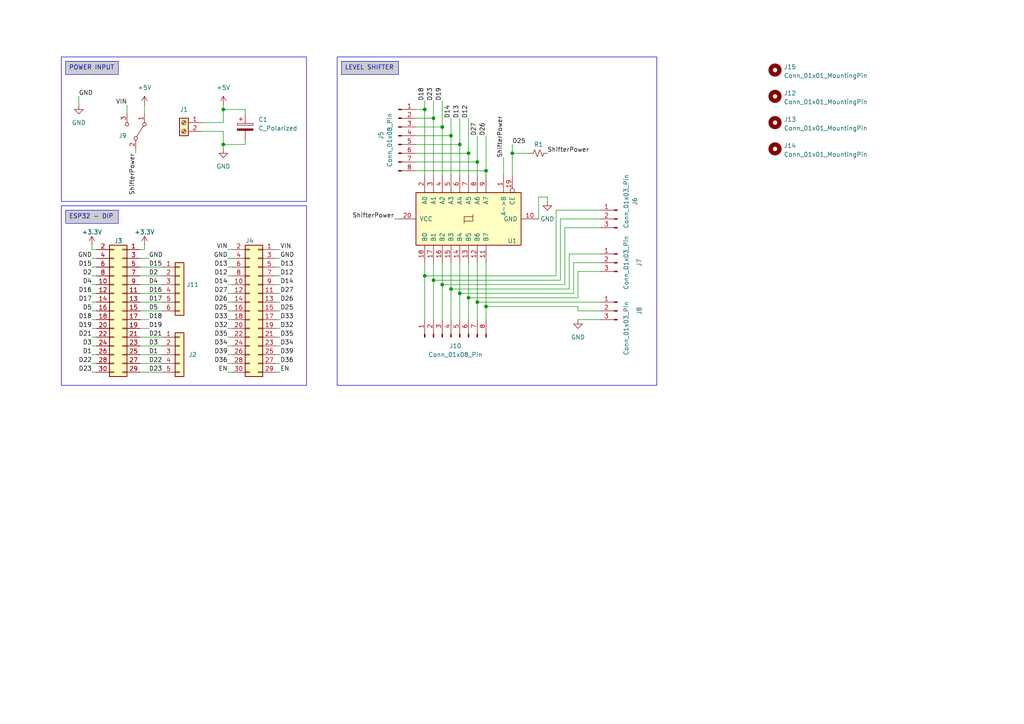
<source format=kicad_sch>
(kicad_sch (version 20230121) (generator eeschema)
  (paper "A4")
  (lib_symbols
    (symbol "74xx:74HC245" (pin_names (offset 1.016))
      (property "Reference" "U" (at -7.62 16.51 0))
      (property "Value" "74HC245" (at -7.62 -16.51 0))
      (symbol "74HC245_1_0"
        (polyline (pts (xy -0.635 -1.27) (xy -0.635 1.27) (xy 0.635 1.27)))
        (polyline (pts (xy -1.27 -1.27) (xy 0.635 -1.27) (xy 0.635 1.27) (xy 1.27 1.27)))
        (pin input line (at -12.7 -10.16 0) (length 5.08) (name "A->B") (number "1"))
        (pin power_in line (at 0 -20.32 90) (length 5.08) (name "GND") (number "10"))
        (pin tri_state line (at 12.7 -5.08 180) (length 5.08) (name "B7") (number "11"))
        (pin tri_state line (at 12.7 -2.54 180) (length 5.08) (name "B6") (number "12"))
        (pin tri_state line (at 12.7 0 180) (length 5.08) (name "B5") (number "13"))
        (pin tri_state line (at 12.7 2.54 180) (length 5.08) (name "B4") (number "14"))
        (pin tri_state line (at 12.7 5.08 180) (length 5.08) (name "B3") (number "15"))
        (pin tri_state line (at 12.7 7.62 180) (length 5.08) (name "B2") (number "16"))
        (pin tri_state line (at 12.7 10.16 180) (length 5.08) (name "B1") (number "17"))
        (pin tri_state line (at 12.7 12.7 180) (length 5.08) (name "B0") (number "18"))
        (pin input inverted (at -12.7 -12.7 0) (length 5.08) (name "CE") (number "19"))
        (pin tri_state line (at -12.7 12.7 0) (length 5.08) (name "A0") (number "2"))
        (pin power_in line (at 0 20.32 270) (length 5.08) (name "VCC") (number "20"))
        (pin tri_state line (at -12.7 10.16 0) (length 5.08) (name "A1") (number "3"))
        (pin tri_state line (at -12.7 7.62 0) (length 5.08) (name "A2") (number "4"))
        (pin tri_state line (at -12.7 5.08 0) (length 5.08) (name "A3") (number "5"))
        (pin tri_state line (at -12.7 2.54 0) (length 5.08) (name "A4") (number "6"))
        (pin tri_state line (at -12.7 0 0) (length 5.08) (name "A5") (number "7"))
        (pin tri_state line (at -12.7 -2.54 0) (length 5.08) (name "A6") (number "8"))
        (pin tri_state line (at -12.7 -5.08 0) (length 5.08) (name "A7") (number "9"))
      )
      (symbol "74HC245_1_1"
        (rectangle (start -7.62 15.24) (end 7.62 -15.24) (stroke (width 0.254)) (fill (type background)))
      )
    )
    (symbol "Connector:Conn_01x03_Pin" (pin_names (offset 1.016) hide)
      (property "Reference" "J" (at 0 5.08 0))
      (property "Value" "Conn_01x03_Pin" (at 0 -5.08 0))
      (symbol "Conn_01x03_Pin_1_1"
        (polyline (pts (xy 1.27 -2.54) (xy 0.8636 -2.54)) (stroke (width 0.1524)))
        (polyline (pts (xy 1.27 0) (xy 0.8636 0)) (stroke (width 0.1524)))
        (polyline (pts (xy 1.27 2.54) (xy 0.8636 2.54)) (stroke (width 0.1524)))
        (rectangle (start 0.8636 -2.413) (end 0 -2.667) (stroke (width 0.1524)) (fill (type outline)))
        (rectangle (start 0.8636 0.127) (end 0 -0.127) (stroke (width 0.1524)) (fill (type outline)))
        (rectangle (start 0.8636 2.667) (end 0 2.413) (stroke (width 0.1524)) (fill (type outline)))
        (pin passive line (at 5.08 2.54 180) (length 3.81) (name "Pin_1") (number "1"))
        (pin passive line (at 5.08 0 180) (length 3.81) (name "Pin_2") (number "2"))
        (pin passive line (at 5.08 -2.54 180) (length 3.81) (name "Pin_3") (number "3"))
      )
    )
    (symbol "Connector:Conn_01x08_Pin" (pin_names (offset 1.016) hide)
      (property "Reference" "J" (at 0 10.16 0))
      (property "Value" "Conn_01x08_Pin" (at 0 -12.7 0))
      (symbol "Conn_01x08_Pin_1_1"
        (polyline (pts (xy 1.27 -10.16) (xy 0.8636 -10.16)) (stroke (width 0.1524)))
        (polyline (pts (xy 1.27 -7.62) (xy 0.8636 -7.62)) (stroke (width 0.1524)))
        (polyline (pts (xy 1.27 -5.08) (xy 0.8636 -5.08)) (stroke (width 0.1524)))
        (polyline (pts (xy 1.27 -2.54) (xy 0.8636 -2.54)) (stroke (width 0.1524)))
        (polyline (pts (xy 1.27 0) (xy 0.8636 0)) (stroke (width 0.1524)))
        (polyline (pts (xy 1.27 2.54) (xy 0.8636 2.54)) (stroke (width 0.1524)))
        (polyline (pts (xy 1.27 5.08) (xy 0.8636 5.08)) (stroke (width 0.1524)))
        (polyline (pts (xy 1.27 7.62) (xy 0.8636 7.62)) (stroke (width 0.1524)))
        (rectangle (start 0.8636 -10.033) (end 0 -10.287) (stroke (width 0.1524)) (fill (type outline)))
        (rectangle (start 0.8636 -7.493) (end 0 -7.747) (stroke (width 0.1524)) (fill (type outline)))
        (rectangle (start 0.8636 -4.953) (end 0 -5.207) (stroke (width 0.1524)) (fill (type outline)))
        (rectangle (start 0.8636 -2.413) (end 0 -2.667) (stroke (width 0.1524)) (fill (type outline)))
        (rectangle (start 0.8636 0.127) (end 0 -0.127) (stroke (width 0.1524)) (fill (type outline)))
        (rectangle (start 0.8636 2.667) (end 0 2.413) (stroke (width 0.1524)) (fill (type outline)))
        (rectangle (start 0.8636 5.207) (end 0 4.953) (stroke (width 0.1524)) (fill (type outline)))
        (rectangle (start 0.8636 7.747) (end 0 7.493) (stroke (width 0.1524)) (fill (type outline)))
        (pin passive line (at 5.08 7.62 180) (length 3.81) (name "Pin_1") (number "1"))
        (pin passive line (at 5.08 5.08 180) (length 3.81) (name "Pin_2") (number "2"))
        (pin passive line (at 5.08 2.54 180) (length 3.81) (name "Pin_3") (number "3"))
        (pin passive line (at 5.08 0 180) (length 3.81) (name "Pin_4") (number "4"))
        (pin passive line (at 5.08 -2.54 180) (length 3.81) (name "Pin_5") (number "5"))
        (pin passive line (at 5.08 -5.08 180) (length 3.81) (name "Pin_6") (number "6"))
        (pin passive line (at 5.08 -7.62 180) (length 3.81) (name "Pin_7") (number "7"))
        (pin passive line (at 5.08 -10.16 180) (length 3.81) (name "Pin_8") (number "8"))
      )
    )
    (symbol "Connector:Screw_Terminal_01x02" (pin_names (offset 1.016) hide)
      (property "Reference" "J" (at 0 2.54 0))
      (property "Value" "Screw_Terminal_01x02" (at 0 -5.08 0))
      (symbol "Screw_Terminal_01x02_1_1"
        (rectangle (start -1.27 1.27) (end 1.27 -3.81) (stroke (width 0.254)) (fill (type background)))
        (circle (center 0 -2.54) (radius 0.635) (stroke (width 0.1524)))
        (polyline (pts (xy -0.5334 -2.2098) (xy 0.3302 -3.048)) (stroke (width 0.1524)))
        (polyline (pts (xy -0.5334 0.3302) (xy 0.3302 -0.508)) (stroke (width 0.1524)))
        (polyline (pts (xy -0.3556 -2.032) (xy 0.508 -2.8702)) (stroke (width 0.1524)))
        (polyline (pts (xy -0.3556 0.508) (xy 0.508 -0.3302)) (stroke (width 0.1524)))
        (circle (center 0 0) (radius 0.635) (stroke (width 0.1524)))
        (pin passive line (at -5.08 0 0) (length 3.81) (name "Pin_1") (number "1"))
        (pin passive line (at -5.08 -2.54 0) (length 3.81) (name "Pin_2") (number "2"))
      )
    )
    (symbol "Connector_Generic:Conn_01x05" (pin_names (offset 1.016) hide)
      (property "Reference" "J" (at 0 7.62 0))
      (property "Value" "Conn_01x05" (at 0 -7.62 0))
      (symbol "Conn_01x05_1_1"
        (rectangle (start -1.27 -4.953) (end 0 -5.207) (stroke (width 0.1524)))
        (rectangle (start -1.27 -2.413) (end 0 -2.667) (stroke (width 0.1524)))
        (rectangle (start -1.27 0.127) (end 0 -0.127) (stroke (width 0.1524)))
        (rectangle (start -1.27 2.667) (end 0 2.413) (stroke (width 0.1524)))
        (rectangle (start -1.27 5.207) (end 0 4.953) (stroke (width 0.1524)))
        (rectangle (start -1.27 6.35) (end 1.27 -6.35) (stroke (width 0.254)) (fill (type background)))
        (pin passive line (at -5.08 5.08 0) (length 3.81) (name "Pin_1") (number "1"))
        (pin passive line (at -5.08 2.54 0) (length 3.81) (name "Pin_2") (number "2"))
        (pin passive line (at -5.08 0 0) (length 3.81) (name "Pin_3") (number "3"))
        (pin passive line (at -5.08 -2.54 0) (length 3.81) (name "Pin_4") (number "4"))
        (pin passive line (at -5.08 -5.08 0) (length 3.81) (name "Pin_5") (number "5"))
      )
    )
    (symbol "Connector_Generic:Conn_01x06" (pin_names (offset 1.016) hide)
      (property "Reference" "J" (at 0 7.62 0))
      (property "Value" "Conn_01x06" (at 0 -10.16 0))
      (symbol "Conn_01x06_1_1"
        (rectangle (start -1.27 -7.493) (end 0 -7.747) (stroke (width 0.1524)))
        (rectangle (start -1.27 -4.953) (end 0 -5.207) (stroke (width 0.1524)))
        (rectangle (start -1.27 -2.413) (end 0 -2.667) (stroke (width 0.1524)))
        (rectangle (start -1.27 0.127) (end 0 -0.127) (stroke (width 0.1524)))
        (rectangle (start -1.27 2.667) (end 0 2.413) (stroke (width 0.1524)))
        (rectangle (start -1.27 5.207) (end 0 4.953) (stroke (width 0.1524)))
        (rectangle (start -1.27 6.35) (end 1.27 -8.89) (stroke (width 0.254)) (fill (type background)))
        (pin passive line (at -5.08 5.08 0) (length 3.81) (name "Pin_1") (number "1"))
        (pin passive line (at -5.08 2.54 0) (length 3.81) (name "Pin_2") (number "2"))
        (pin passive line (at -5.08 0 0) (length 3.81) (name "Pin_3") (number "3"))
        (pin passive line (at -5.08 -2.54 0) (length 3.81) (name "Pin_4") (number "4"))
        (pin passive line (at -5.08 -5.08 0) (length 3.81) (name "Pin_5") (number "5"))
        (pin passive line (at -5.08 -7.62 0) (length 3.81) (name "Pin_6") (number "6"))
      )
    )
    (symbol "Connector_Generic:Conn_02x15_Odd_Even" (pin_names (offset 1.016) hide)
      (property "Reference" "J" (at 1.27 20.32 0))
      (property "Value" "Conn_02x15_Odd_Even" (at 1.27 -20.32 0))
      (symbol "Conn_02x15_Odd_Even_1_1"
        (rectangle (start -1.27 -17.653) (end 0 -17.907) (stroke (width 0.1524)))
        (rectangle (start -1.27 -15.113) (end 0 -15.367) (stroke (width 0.1524)))
        (rectangle (start -1.27 -12.573) (end 0 -12.827) (stroke (width 0.1524)))
        (rectangle (start -1.27 -10.033) (end 0 -10.287) (stroke (width 0.1524)))
        (rectangle (start -1.27 -7.493) (end 0 -7.747) (stroke (width 0.1524)))
        (rectangle (start -1.27 -4.953) (end 0 -5.207) (stroke (width 0.1524)))
        (rectangle (start -1.27 -2.413) (end 0 -2.667) (stroke (width 0.1524)))
        (rectangle (start -1.27 0.127) (end 0 -0.127) (stroke (width 0.1524)))
        (rectangle (start -1.27 2.667) (end 0 2.413) (stroke (width 0.1524)))
        (rectangle (start -1.27 5.207) (end 0 4.953) (stroke (width 0.1524)))
        (rectangle (start -1.27 7.747) (end 0 7.493) (stroke (width 0.1524)))
        (rectangle (start -1.27 10.287) (end 0 10.033) (stroke (width 0.1524)))
        (rectangle (start -1.27 12.827) (end 0 12.573) (stroke (width 0.1524)))
        (rectangle (start -1.27 15.367) (end 0 15.113) (stroke (width 0.1524)))
        (rectangle (start -1.27 17.907) (end 0 17.653) (stroke (width 0.1524)))
        (rectangle (start -1.27 19.05) (end 3.81 -19.05) (stroke (width 0.254)) (fill (type background)))
        (rectangle (start 3.81 -17.653) (end 2.54 -17.907) (stroke (width 0.1524)))
        (rectangle (start 3.81 -15.113) (end 2.54 -15.367) (stroke (width 0.1524)))
        (rectangle (start 3.81 -12.573) (end 2.54 -12.827) (stroke (width 0.1524)))
        (rectangle (start 3.81 -10.033) (end 2.54 -10.287) (stroke (width 0.1524)))
        (rectangle (start 3.81 -7.493) (end 2.54 -7.747) (stroke (width 0.1524)))
        (rectangle (start 3.81 -4.953) (end 2.54 -5.207) (stroke (width 0.1524)))
        (rectangle (start 3.81 -2.413) (end 2.54 -2.667) (stroke (width 0.1524)))
        (rectangle (start 3.81 0.127) (end 2.54 -0.127) (stroke (width 0.1524)))
        (rectangle (start 3.81 2.667) (end 2.54 2.413) (stroke (width 0.1524)))
        (rectangle (start 3.81 5.207) (end 2.54 4.953) (stroke (width 0.1524)))
        (rectangle (start 3.81 7.747) (end 2.54 7.493) (stroke (width 0.1524)))
        (rectangle (start 3.81 10.287) (end 2.54 10.033) (stroke (width 0.1524)))
        (rectangle (start 3.81 12.827) (end 2.54 12.573) (stroke (width 0.1524)))
        (rectangle (start 3.81 15.367) (end 2.54 15.113) (stroke (width 0.1524)))
        (rectangle (start 3.81 17.907) (end 2.54 17.653) (stroke (width 0.1524)))
        (pin passive line (at -5.08 17.78 0) (length 3.81) (name "Pin_1") (number "1"))
        (pin passive line (at 7.62 7.62 180) (length 3.81) (name "Pin_10") (number "10"))
        (pin passive line (at -5.08 5.08 0) (length 3.81) (name "Pin_11") (number "11"))
        (pin passive line (at 7.62 5.08 180) (length 3.81) (name "Pin_12") (number "12"))
        (pin passive line (at -5.08 2.54 0) (length 3.81) (name "Pin_13") (number "13"))
        (pin passive line (at 7.62 2.54 180) (length 3.81) (name "Pin_14") (number "14"))
        (pin passive line (at -5.08 0 0) (length 3.81) (name "Pin_15") (number "15"))
        (pin passive line (at 7.62 0 180) (length 3.81) (name "Pin_16") (number "16"))
        (pin passive line (at -5.08 -2.54 0) (length 3.81) (name "Pin_17") (number "17"))
        (pin passive line (at 7.62 -2.54 180) (length 3.81) (name "Pin_18") (number "18"))
        (pin passive line (at -5.08 -5.08 0) (length 3.81) (name "Pin_19") (number "19"))
        (pin passive line (at 7.62 17.78 180) (length 3.81) (name "Pin_2") (number "2"))
        (pin passive line (at 7.62 -5.08 180) (length 3.81) (name "Pin_20") (number "20"))
        (pin passive line (at -5.08 -7.62 0) (length 3.81) (name "Pin_21") (number "21"))
        (pin passive line (at 7.62 -7.62 180) (length 3.81) (name "Pin_22") (number "22"))
        (pin passive line (at -5.08 -10.16 0) (length 3.81) (name "Pin_23") (number "23"))
        (pin passive line (at 7.62 -10.16 180) (length 3.81) (name "Pin_24") (number "24"))
        (pin passive line (at -5.08 -12.7 0) (length 3.81) (name "Pin_25") (number "25"))
        (pin passive line (at 7.62 -12.7 180) (length 3.81) (name "Pin_26") (number "26"))
        (pin passive line (at -5.08 -15.24 0) (length 3.81) (name "Pin_27") (number "27"))
        (pin passive line (at 7.62 -15.24 180) (length 3.81) (name "Pin_28") (number "28"))
        (pin passive line (at -5.08 -17.78 0) (length 3.81) (name "Pin_29") (number "29"))
        (pin passive line (at -5.08 15.24 0) (length 3.81) (name "Pin_3") (number "3"))
        (pin passive line (at 7.62 -17.78 180) (length 3.81) (name "Pin_30") (number "30"))
        (pin passive line (at 7.62 15.24 180) (length 3.81) (name "Pin_4") (number "4"))
        (pin passive line (at -5.08 12.7 0) (length 3.81) (name "Pin_5") (number "5"))
        (pin passive line (at 7.62 12.7 180) (length 3.81) (name "Pin_6") (number "6"))
        (pin passive line (at -5.08 10.16 0) (length 3.81) (name "Pin_7") (number "7"))
        (pin passive line (at 7.62 10.16 180) (length 3.81) (name "Pin_8") (number "8"))
        (pin passive line (at -5.08 7.62 0) (length 3.81) (name "Pin_9") (number "9"))
      )
    )
    (symbol "Device:C_Polarized" (pin_numbers hide) (pin_names (offset 0.254))
      (property "Reference" "C" (at 0.635 2.54 0))
      (property "Value" "C_Polarized" (at 0.635 -2.54 0))
      (symbol "C_Polarized_0_1"
        (rectangle (start -2.286 0.508) (end 2.286 1.016))
        (polyline (pts (xy -1.778 2.286) (xy -0.762 2.286)))
        (polyline (pts (xy -1.27 2.794) (xy -1.27 1.778)))
        (rectangle (start 2.286 -0.508) (end -2.286 -1.016) (fill (type outline)))
      )
      (symbol "C_Polarized_1_1"
        (pin passive line (at 0 3.81 270) (length 2.794) (name "~") (number "1"))
        (pin passive line (at 0 -3.81 90) (length 2.794) (name "~") (number "2"))
      )
    )
    (symbol "Device:R_Small_US" (pin_numbers hide) (pin_names (offset 0.254) hide)
      (property "Reference" "R" (at 0.762 0.508 0))
      (property "Value" "R_Small_US" (at 0.762 -1.016 0))
      (symbol "R_Small_US_1_1"
        (polyline (pts (xy 0 0) (xy 1.016 -0.381) (xy 0 -0.762) (xy -1.016 -1.143) (xy 0 -1.524)))
        (polyline (pts (xy 0 1.524) (xy 1.016 1.143) (xy 0 0.762) (xy -1.016 0.381) (xy 0 0)))
        (pin passive line (at 0 2.54 270) (length 1.016) (name "~") (number "1"))
        (pin passive line (at 0 -2.54 90) (length 1.016) (name "~") (number "2"))
      )
    )
    (symbol "Mechanical:MountingHole" (pin_names (offset 1.016))
      (property "Reference" "H" (at 0 5.08 0))
      (property "Value" "MountingHole" (at 0 3.175 0))
      (symbol "MountingHole_0_1"
        (circle (center 0 0) (radius 1.27) (stroke (width 1.27)))
      )
    )
    (symbol "Switch:SW_SPDT" (pin_names (offset 0) hide)
      (property "Reference" "SW" (at 0 4.318 0))
      (property "Value" "SW_SPDT" (at 0 -5.08 0))
      (symbol "SW_SPDT_0_0"
        (circle (center -2.032 0) (radius 0.508))
        (circle (center 2.032 -2.54) (radius 0.508))
      )
      (symbol "SW_SPDT_0_1"
        (polyline (pts (xy -1.524 0.254) (xy 1.651 2.286)))
        (circle (center 2.032 2.54) (radius 0.508))
      )
      (symbol "SW_SPDT_1_1"
        (pin passive line (at 5.08 2.54 180) (length 2.54) (name "A") (number "1"))
        (pin passive line (at -5.08 0 0) (length 2.54) (name "B") (number "2"))
        (pin passive line (at 5.08 -2.54 180) (length 2.54) (name "C") (number "3"))
      )
    )
    (symbol "power:+3.3V" (power) (pin_names (offset 0))
      (property "Value" "+3.3V" (at 0 3.556 0))
      (symbol "+3.3V_0_1"
        (polyline (pts (xy -0.762 1.27) (xy 0 2.54)))
        (polyline (pts (xy 0 0) (xy 0 2.54)))
        (polyline (pts (xy 0 2.54) (xy 0.762 1.27)))
      )
      (symbol "+3.3V_1_1"
        (pin power_in line (at 0 0 90) (length 0) hide (name "+3.3V") (number "1"))
      )
    )
    (symbol "power:+5V" (power) (pin_names (offset 0))
      (property "Value" "+5V" (at 0 3.556 0))
      (symbol "+5V_0_1"
        (polyline (pts (xy -0.762 1.27) (xy 0 2.54)))
        (polyline (pts (xy 0 0) (xy 0 2.54)))
        (polyline (pts (xy 0 2.54) (xy 0.762 1.27)))
      )
      (symbol "+5V_1_1"
        (pin power_in line (at 0 0 90) (length 0) hide (name "+5V") (number "1"))
      )
    )
    (symbol "power:GND" (power) (pin_names (offset 0))
      (property "Value" "GND" (at 0 -3.81 0))
      (symbol "GND_0_1"
        (polyline (pts (xy 0 0) (xy 0 -1.27) (xy 1.27 -1.27) (xy 0 -2.54) (xy -1.27 -1.27) (xy 0 -1.27)))
      )
      (symbol "GND_1_1"
        (pin power_in line (at 0 0 270) (length 0) hide (name "GND") (number "1"))
      )
    )
  )
  (junction (at 140.97 88.9))
  (junction (at 125.73 81.28))
  (junction (at 130.81 83.82))
  (junction (at 123.19 80.01))
  (junction (at 123.19 31.75))
  (junction (at 135.89 44.45))
  (junction (at 64.77 41.91))
  (junction (at 148.59 44.45))
  (junction (at 130.81 39.37))
  (junction (at 133.35 85.09))
  (junction (at 64.77 31.75))
  (junction (at 133.35 41.91))
  (junction (at 138.43 87.63))
  (junction (at 128.27 82.55))
  (junction (at 135.89 86.36))
  (junction (at 128.27 36.83))
  (junction (at 138.43 46.99))
  (junction (at 140.97 49.53))
  (junction (at 125.73 34.29))
  (wire (pts (xy 66.04 100.33) (xy 67.31 100.33)))
  (wire (pts (xy 80.01 74.93) (xy 81.28 74.93)))
  (wire (pts (xy 64.77 41.91) (xy 64.77 43.18)))
  (wire (pts (xy 58.42 38.1) (xy 64.77 38.1)))
  (wire (pts (xy 66.04 102.87) (xy 67.31 102.87)))
  (wire (pts (xy 133.35 85.09) (xy 133.35 92.71)))
  (wire (pts (xy 22.86 30.48) (xy 22.86 27.94)))
  (wire (pts (xy 26.67 87.63) (xy 27.94 87.63)))
  (wire (pts (xy 120.65 41.91) (xy 133.35 41.91)))
  (wire (pts (xy 26.67 107.95) (xy 27.94 107.95)))
  (wire (pts (xy 162.56 63.5) (xy 162.56 81.28)))
  (wire (pts (xy 165.1 73.66) (xy 165.1 83.82)))
  (wire (pts (xy 128.27 76.2) (xy 128.27 82.55)))
  (wire (pts (xy 146.05 45.72) (xy 146.05 50.8)))
  (wire (pts (xy 140.97 88.9) (xy 167.64 88.9)))
  (wire (pts (xy 120.65 49.53) (xy 140.97 49.53)))
  (wire (pts (xy 120.65 36.83) (xy 128.27 36.83)))
  (wire (pts (xy 123.19 31.75) (xy 123.19 50.8)))
  (wire (pts (xy 128.27 82.55) (xy 163.83 82.55)))
  (wire (pts (xy 40.64 85.09) (xy 46.99 85.09)))
  (wire (pts (xy 158.75 57.15) (xy 158.75 58.42)))
  (wire (pts (xy 161.29 60.96) (xy 161.29 80.01)))
  (wire (pts (xy 114.3 63.5) (xy 115.57 63.5)))
  (wire (pts (xy 41.91 72.39) (xy 40.64 72.39)))
  (wire (pts (xy 40.64 82.55) (xy 46.99 82.55)))
  (wire (pts (xy 80.01 95.25) (xy 81.28 95.25)))
  (wire (pts (xy 138.43 39.37) (xy 138.43 46.99)))
  (wire (pts (xy 130.81 83.82) (xy 165.1 83.82)))
  (wire (pts (xy 66.04 105.41) (xy 67.31 105.41)))
  (wire (pts (xy 40.64 92.71) (xy 43.18 92.71)))
  (wire (pts (xy 80.01 100.33) (xy 81.28 100.33)))
  (wire (pts (xy 64.77 31.75) (xy 64.77 35.56)))
  (wire (pts (xy 130.81 34.29) (xy 130.81 39.37)))
  (wire (pts (xy 80.01 102.87) (xy 81.28 102.87)))
  (wire (pts (xy 67.31 82.55) (xy 66.04 82.55)))
  (wire (pts (xy 140.97 49.53) (xy 140.97 50.8)))
  (wire (pts (xy 26.67 102.87) (xy 27.94 102.87)))
  (wire (pts (xy 173.99 60.96) (xy 161.29 60.96)))
  (wire (pts (xy 125.73 34.29) (xy 125.73 50.8)))
  (wire (pts (xy 167.64 78.74) (xy 167.64 86.36)))
  (wire (pts (xy 40.64 87.63) (xy 46.99 87.63)))
  (wire (pts (xy 66.04 74.93) (xy 67.31 74.93)))
  (wire (pts (xy 166.37 76.2) (xy 166.37 85.09)))
  (wire (pts (xy 40.64 95.25) (xy 43.18 95.25)))
  (wire (pts (xy 133.35 85.09) (xy 166.37 85.09)))
  (wire (pts (xy 26.67 92.71) (xy 27.94 92.71)))
  (wire (pts (xy 26.67 85.09) (xy 27.94 85.09)))
  (wire (pts (xy 120.65 44.45) (xy 135.89 44.45)))
  (wire (pts (xy 66.04 90.17) (xy 67.31 90.17)))
  (wire (pts (xy 123.19 29.21) (xy 123.19 31.75)))
  (wire (pts (xy 26.67 105.41) (xy 27.94 105.41)))
  (wire (pts (xy 40.64 97.79) (xy 46.99 97.79)))
  (wire (pts (xy 41.91 30.48) (xy 41.91 33.02)))
  (wire (pts (xy 80.01 87.63) (xy 81.28 87.63)))
  (wire (pts (xy 41.91 71.12) (xy 41.91 72.39)))
  (wire (pts (xy 40.64 74.93) (xy 43.18 74.93)))
  (wire (pts (xy 135.89 76.2) (xy 135.89 86.36)))
  (wire (pts (xy 138.43 76.2) (xy 138.43 87.63)))
  (wire (pts (xy 64.77 38.1) (xy 64.77 41.91)))
  (wire (pts (xy 135.89 44.45) (xy 135.89 50.8)))
  (wire (pts (xy 26.67 90.17) (xy 27.94 90.17)))
  (wire (pts (xy 148.59 44.45) (xy 148.59 50.8)))
  (wire (pts (xy 125.73 29.21) (xy 125.73 34.29)))
  (wire (pts (xy 71.12 31.75) (xy 64.77 31.75)))
  (wire (pts (xy 173.99 63.5) (xy 162.56 63.5)))
  (wire (pts (xy 71.12 33.02) (xy 71.12 31.75)))
  (wire (pts (xy 120.65 39.37) (xy 130.81 39.37)))
  (wire (pts (xy 125.73 81.28) (xy 162.56 81.28)))
  (wire (pts (xy 64.77 30.48) (xy 64.77 31.75)))
  (wire (pts (xy 26.67 100.33) (xy 27.94 100.33)))
  (wire (pts (xy 26.67 77.47) (xy 27.94 77.47)))
  (wire (pts (xy 167.64 92.71) (xy 173.99 92.71)))
  (wire (pts (xy 26.67 74.93) (xy 27.94 74.93)))
  (wire (pts (xy 173.99 78.74) (xy 167.64 78.74)))
  (wire (pts (xy 80.01 80.01) (xy 81.28 80.01)))
  (wire (pts (xy 26.67 82.55) (xy 27.94 82.55)))
  (wire (pts (xy 173.99 76.2) (xy 166.37 76.2)))
  (wire (pts (xy 133.35 76.2) (xy 133.35 85.09)))
  (wire (pts (xy 80.01 107.95) (xy 81.28 107.95)))
  (wire (pts (xy 156.21 57.15) (xy 156.21 63.5)))
  (wire (pts (xy 173.99 66.04) (xy 163.83 66.04)))
  (wire (pts (xy 80.01 105.41) (xy 81.28 105.41)))
  (wire (pts (xy 140.97 76.2) (xy 140.97 88.9)))
  (wire (pts (xy 66.04 87.63) (xy 67.31 87.63)))
  (wire (pts (xy 173.99 73.66) (xy 165.1 73.66)))
  (wire (pts (xy 66.04 72.39) (xy 67.31 72.39)))
  (wire (pts (xy 26.67 97.79) (xy 27.94 97.79)))
  (wire (pts (xy 156.21 57.15) (xy 158.75 57.15)))
  (wire (pts (xy 80.01 85.09) (xy 81.28 85.09)))
  (wire (pts (xy 58.42 35.56) (xy 64.77 35.56)))
  (wire (pts (xy 135.89 86.36) (xy 167.64 86.36)))
  (wire (pts (xy 26.67 95.25) (xy 27.94 95.25)))
  (wire (pts (xy 148.59 41.91) (xy 148.59 44.45)))
  (wire (pts (xy 120.65 31.75) (xy 123.19 31.75)))
  (wire (pts (xy 123.19 76.2) (xy 123.19 80.01)))
  (wire (pts (xy 135.89 34.29) (xy 135.89 44.45)))
  (wire (pts (xy 64.77 41.91) (xy 71.12 41.91)))
  (wire (pts (xy 66.04 85.09) (xy 67.31 85.09)))
  (wire (pts (xy 66.04 80.01) (xy 67.31 80.01)))
  (wire (pts (xy 125.73 76.2) (xy 125.73 81.28)))
  (wire (pts (xy 40.64 107.95) (xy 46.99 107.95)))
  (wire (pts (xy 26.67 80.01) (xy 27.94 80.01)))
  (wire (pts (xy 120.65 46.99) (xy 138.43 46.99)))
  (wire (pts (xy 80.01 92.71) (xy 81.28 92.71)))
  (wire (pts (xy 36.83 30.48) (xy 36.83 33.02)))
  (wire (pts (xy 80.01 72.39) (xy 81.28 72.39)))
  (wire (pts (xy 80.01 82.55) (xy 81.28 82.55)))
  (wire (pts (xy 66.04 95.25) (xy 67.31 95.25)))
  (wire (pts (xy 66.04 92.71) (xy 67.31 92.71)))
  (wire (pts (xy 140.97 88.9) (xy 140.97 92.71)))
  (wire (pts (xy 130.81 83.82) (xy 130.81 92.71)))
  (wire (pts (xy 80.01 77.47) (xy 81.28 77.47)))
  (wire (pts (xy 167.64 90.17) (xy 167.64 88.9)))
  (wire (pts (xy 148.59 44.45) (xy 153.67 44.45)))
  (wire (pts (xy 130.81 39.37) (xy 130.81 50.8)))
  (wire (pts (xy 163.83 66.04) (xy 163.83 82.55)))
  (wire (pts (xy 138.43 87.63) (xy 173.99 87.63)))
  (wire (pts (xy 40.64 105.41) (xy 46.99 105.41)))
  (wire (pts (xy 66.04 97.79) (xy 67.31 97.79)))
  (wire (pts (xy 39.37 43.18) (xy 39.37 44.45)))
  (wire (pts (xy 133.35 41.91) (xy 133.35 50.8)))
  (wire (pts (xy 138.43 46.99) (xy 138.43 50.8)))
  (wire (pts (xy 26.67 71.12) (xy 26.67 72.39)))
  (wire (pts (xy 130.81 76.2) (xy 130.81 83.82)))
  (wire (pts (xy 138.43 87.63) (xy 138.43 92.71)))
  (wire (pts (xy 128.27 36.83) (xy 128.27 50.8)))
  (wire (pts (xy 71.12 40.64) (xy 71.12 41.91)))
  (wire (pts (xy 133.35 34.29) (xy 133.35 41.91)))
  (wire (pts (xy 80.01 97.79) (xy 81.28 97.79)))
  (wire (pts (xy 66.04 107.95) (xy 67.31 107.95)))
  (wire (pts (xy 40.64 90.17) (xy 46.99 90.17)))
  (wire (pts (xy 123.19 80.01) (xy 123.19 92.71)))
  (wire (pts (xy 40.64 77.47) (xy 46.99 77.47)))
  (wire (pts (xy 173.99 90.17) (xy 167.64 90.17)))
  (wire (pts (xy 140.97 39.37) (xy 140.97 49.53)))
  (wire (pts (xy 40.64 80.01) (xy 46.99 80.01)))
  (wire (pts (xy 125.73 81.28) (xy 125.73 92.71)))
  (wire (pts (xy 120.65 34.29) (xy 125.73 34.29)))
  (wire (pts (xy 80.01 90.17) (xy 81.28 90.17)))
  (wire (pts (xy 40.64 102.87) (xy 46.99 102.87)))
  (wire (pts (xy 135.89 86.36) (xy 135.89 92.71)))
  (wire (pts (xy 128.27 29.21) (xy 128.27 36.83)))
  (wire (pts (xy 66.04 77.47) (xy 67.31 77.47)))
  (wire (pts (xy 123.19 80.01) (xy 161.29 80.01)))
  (wire (pts (xy 40.64 100.33) (xy 46.99 100.33)))
  (wire (pts (xy 26.67 72.39) (xy 27.94 72.39)))
  (wire (pts (xy 128.27 82.55) (xy 128.27 92.71)))
  (rectangle (start 97.79 16.51) (end 190.5 111.76))
  (rectangle (start 17.78 16.51) (end 88.9 58.42))
  (rectangle (start 17.78 59.69) (end 88.9 111.76))
  (text_box "POWER INPUT" (at 19.05 17.78 0) (size 15.24 3.81) (fill (type color) (color 204 204 204 1)) (effects (font (size 1.27 1.27)) (justify left top)))
  (text_box "ESP32 - DIP" (at 19.05 60.96 0) (size 15.24 3.81) (fill (type color) (color 204 204 204 1)) (effects (font (size 1.27 1.27)) (justify left top)))
  (text_box "LEVEL SHIFTER" (at 99.06 17.78 0) (size 16.51 3.81) (fill (type color) (color 204 204 204 1)) (effects (font (size 1.27 1.27)) (justify left top)))
  (label "D2" (at 26.67 80.01 180))
  (label "D35" (at 66.04 97.79 180))
  (label "GND" (at 66.04 74.93 180))
  (label "D27" (at 138.43 39.37 90))
  (label "D15" (at 26.67 77.47 180))
  (label "D2" (at 43.18 80.01 0))
  (label "ShifterPower" (at 39.37 44.45 270))
  (label "D12" (at 135.89 34.29 90))
  (label "VIN" (at 66.04 72.39 180))
  (label "D33" (at 66.04 92.71 180))
  (label "D5" (at 43.18 90.17 0))
  (label "D22" (at 26.67 105.41 180))
  (label "GND" (at 22.86 27.94 0))
  (label "D5" (at 26.67 90.17 180))
  (label "D26" (at 81.28 87.63 0))
  (label "D25" (at 148.59 41.91 0))
  (label "D36" (at 66.04 105.41 180))
  (label "D23" (at 43.18 107.95 0))
  (label "D27" (at 66.04 85.09 180))
  (label "D19" (at 128.27 29.21 90))
  (label "D1" (at 43.18 102.87 0))
  (label "D19" (at 43.18 95.25 0))
  (label "D13" (at 133.35 34.29 90))
  (label "D16" (at 26.67 85.09 180))
  (label "D3" (at 26.67 100.33 180))
  (label "D18" (at 123.19 29.21 90))
  (label "D14" (at 130.81 34.29 90))
  (label "D34" (at 66.04 100.33 180))
  (label "VIN" (at 81.28 72.39 0))
  (label "D35" (at 81.28 97.79 0))
  (label "ShifterPower" (at 146.05 45.72 90))
  (label "D18" (at 26.67 92.71 180))
  (label "D25" (at 81.28 90.17 0))
  (label "D16" (at 43.18 85.09 0))
  (label "D13" (at 66.04 77.47 180))
  (label "D18" (at 43.18 92.71 0))
  (label "GND" (at 43.18 74.93 0))
  (label "D17" (at 26.67 87.63 180))
  (label "D36" (at 81.28 105.41 0))
  (label "D4" (at 43.18 82.55 0))
  (label "EN" (at 66.04 107.95 180))
  (label "D26" (at 66.04 87.63 180))
  (label "D1" (at 26.67 102.87 180))
  (label "D39" (at 66.04 102.87 180))
  (label "D13" (at 81.28 77.47 0))
  (label "D3" (at 43.18 100.33 0))
  (label "EN" (at 81.28 107.95 0))
  (label "GND" (at 26.67 74.93 180))
  (label "D33" (at 81.28 92.71 0))
  (label "D32" (at 81.28 95.25 0))
  (label "D14" (at 66.04 82.55 180))
  (label "D21" (at 43.18 97.79 0))
  (label "D17" (at 43.18 87.63 0))
  (label "D39" (at 81.28 102.87 0))
  (label "D25" (at 66.04 90.17 180))
  (label "GND" (at 81.28 74.93 0))
  (label "D4" (at 26.67 82.55 180))
  (label "D34" (at 81.28 100.33 0))
  (label "ShifterPower" (at 114.3 63.5 180))
  (label "D21" (at 26.67 97.79 180))
  (label "D12" (at 81.28 80.01 0))
  (label "D15" (at 43.18 77.47 0))
  (label "D23" (at 26.67 107.95 180))
  (label "D26" (at 140.97 39.37 90))
  (label "ShifterPower" (at 158.75 44.45 0))
  (label "D23" (at 125.73 29.21 90))
  (label "D32" (at 66.04 95.25 180))
  (label "D12" (at 66.04 80.01 180))
  (label "D19" (at 26.67 95.25 180))
  (label "VIN" (at 36.83 30.48 180))
  (label "D27" (at 81.28 85.09 0))
  (label "D22" (at 43.18 105.41 0))
  (label "D14" (at 81.28 82.55 0))
  (symbol (lib_id "power:+3.3V") (at 41.91 71.12 0) (unit 1)
    (property "Reference" "#PWR02" (effects hide))
    (property "Value" "+3.3V" (at 41.91 67.31 0))
  )
  (symbol (lib_id "Mechanical:MountingHole") (at 224.79 27.94 0) (unit 1)
    (property "Reference" "J12" (at 227.33 27.0256 0) (effects (justify left)))
    (property "Value" "Conn_01x01_MountingPin" (at 227.33 29.5656 0) (effects (justify left)))
    (property "Footprint" "MountingHole:MountingHole_2.2mm_M2_DIN965_Pad" (effects hide))
  )
  (symbol (lib_id "power:GND") (at 64.77 43.18 0) (unit 1)
    (property "Reference" "#PWR04" (effects hide))
    (property "Value" "GND" (at 64.77 48.26 0))
  )
  (symbol (lib_id "Connector:Conn_01x08_Pin") (at 130.81 97.79 90) (unit 1)
    (property "Reference" "J10" (at 132.08 100.33 90))
    (property "Value" "Conn_01x08_Pin" (at 132.08 102.87 90))
    (property "Footprint" "Connector_PinHeader_2.54mm:PinHeader_1x08_P2.54mm_Vertical" (effects hide))
  )
  (symbol (lib_id "Connector_Generic:Conn_02x15_Odd_Even") (at 74.93 90.17 0) (mirror y) (unit 1)
    (property "Reference" "J4" (at 72.39 69.85 0))
    (property "Value" "Conn_02x15_Odd_Even" (effects hide))
    (property "Footprint" "Connector_PinSocket_2.54mm:PinSocket_2x15_P2.54mm_Vertical" (effects hide))
  )
  (symbol (lib_id "Connector:Conn_01x03_Pin") (at 179.07 76.2 0) (mirror y) (unit 1)
    (property "Reference" "J7" (at 185.42 76.2 90))
    (property "Value" "Conn_01x03_Pin" (at 181.61 76.2 90))
    (property "Footprint" "Connector_JST:JST_VH_B3P-VH_1x03_P3.96mm_Vertical" (effects hide))
  )
  (symbol (lib_id "Connector_Generic:Conn_01x05") (at 52.07 102.87 0) (unit 1)
    (property "Reference" "J2" (at 55.88 102.87 0))
    (property "Value" "Conn_01x05_Pin" (effects hide))
    (property "Footprint" "Connector_PinHeader_2.54mm:PinHeader_1x05_P2.54mm_Vertical" (effects hide))
  )
  (symbol (lib_id "Mechanical:MountingHole") (at 224.79 20.32 0) (unit 1)
    (property "Reference" "J15" (at 227.33 19.4056 0) (effects (justify left)))
    (property "Value" "Conn_01x01_MountingPin" (at 227.33 21.9456 0) (effects (justify left)))
    (property "Footprint" "MountingHole:MountingHole_2.2mm_M2_DIN965_Pad" (effects hide))
  )
  (symbol (lib_id "Switch:SW_SPDT") (at 39.37 38.1 270) (mirror x) (unit 1)
    (property "Reference" "J9" (at 35.56 39.37 90))
    (property "Value" "Conn_01x03_Pin" (effects hide))
    (property "Footprint" "Connector_PinSocket_2.54mm:PinSocket_1x03_P2.54mm_Vertical" (effects hide))
  )
  (symbol (lib_id "power:GND") (at 167.64 92.71 0) (unit 1)
    (property "Reference" "#PWR08" (effects hide))
    (property "Value" "GND" (at 167.64 97.79 0))
  )
  (symbol (lib_id "Connector_Generic:Conn_01x06") (at 52.07 82.55 0) (unit 1)
    (property "Reference" "J11" (at 55.88 82.55 0))
    (property "Value" "Conn_01x06_Pin" (effects hide))
    (property "Footprint" "Connector_PinHeader_2.54mm:PinHeader_1x06_P2.54mm_Vertical" (effects hide))
  )
  (symbol (lib_id "power:GND") (at 158.75 58.42 0) (unit 1)
    (property "Reference" "#PWR05" (effects hide))
    (property "Value" "GND" (at 158.75 63.5 0))
  )
  (symbol (lib_id "Connector:Conn_01x08_Pin") (at 115.57 39.37 0) (unit 1)
    (property "Reference" "J5" (at 110.49 38.1 90) (effects (justify right)))
    (property "Value" "Conn_01x08_Pin" (at 113.03 40.64 90))
    (property "Footprint" "Connector_PinHeader_2.54mm:PinHeader_1x08_P2.54mm_Vertical" (effects hide))
  )
  (symbol (lib_id "Device:C_Polarized") (at 71.12 36.83 0) (unit 1)
    (property "Reference" "C1" (at 74.93 34.671 0) (effects (justify left)))
    (property "Value" "C_Polarized" (at 74.93 37.211 0) (effects (justify left)))
    (property "Footprint" "Capacitor_THT:CP_Radial_D4.0mm_P2.00mm" (effects hide))
  )
  (symbol (lib_id "Connector:Screw_Terminal_01x02") (at 53.34 35.56 0) (mirror y) (unit 1)
    (property "Reference" "J1" (at 53.34 31.75 0))
    (property "Value" "Conn_01x02_Pin" (effects hide))
    (property "Footprint" "TerminalBlock_Phoenix:TerminalBlock_Phoenix_MKDS-1,5-2-5.08_1x02_P5.08mm_Horizontal" (effects hide))
  )
  (symbol (lib_id "Mechanical:MountingHole") (at 224.79 35.56 0) (unit 1)
    (property "Reference" "J13" (at 227.33 34.6456 0) (effects (justify left)))
    (property "Value" "Conn_01x01_MountingPin" (at 227.33 37.1856 0) (effects (justify left)))
    (property "Footprint" "MountingHole:MountingHole_2.2mm_M2_DIN965_Pad" (effects hide))
  )
  (symbol (lib_id "power:+5V") (at 41.91 30.48 0) (unit 1)
    (property "Reference" "#PWR07" (effects hide))
    (property "Value" "+5V" (at 41.91 25.4 0))
  )
  (symbol (lib_id "power:+5V") (at 64.77 30.48 0) (unit 1)
    (property "Reference" "#PWR01" (effects hide))
    (property "Value" "+5V" (at 64.77 25.4 0))
  )
  (symbol (lib_id "74xx:74HC245") (at 135.89 63.5 90) (mirror x) (unit 1)
    (property "Reference" "U1" (at 148.59 69.85 90))
    (property "Value" "74HC245" (effects hide))
    (property "Footprint" "Package_DIP:DIP-20_W7.62mm" (effects hide))
    (property "Datasheet" "http://www.ti.com/lit/gpn/sn74HC245" (effects hide))
  )
  (symbol (lib_id "Connector:Conn_01x03_Pin") (at 179.07 63.5 0) (mirror y) (unit 1)
    (property "Reference" "J6" (at 184.15 58.42 90))
    (property "Value" "Conn_01x03_Pin" (at 181.61 58.42 90))
    (property "Footprint" "Connector_JST:JST_VH_B3P-VH_1x03_P3.96mm_Vertical" (effects hide))
  )
  (symbol (lib_id "Connector:Conn_01x03_Pin") (at 179.07 90.17 0) (mirror y) (unit 1)
    (property "Reference" "J8" (at 185.42 90.17 90))
    (property "Value" "Conn_01x03_Pin" (at 181.61 95.25 90))
    (property "Footprint" "Connector_JST:JST_VH_B3P-VH-B_1x03_P3.96mm_Vertical" (effects hide))
  )
  (symbol (lib_id "Connector_Generic:Conn_02x15_Odd_Even") (at 35.56 90.17 0) (mirror y) (unit 1)
    (property "Reference" "J3" (at 34.29 69.85 0))
    (property "Value" "Conn_02x15_Odd_Even" (effects hide))
    (property "Footprint" "Connector_PinSocket_2.54mm:PinSocket_2x15_P2.54mm_Vertical" (effects hide))
  )
  (symbol (lib_id "power:GND") (at 22.86 30.48 0) (unit 1)
    (property "Reference" "#PWR03" (effects hide))
    (property "Value" "GND" (at 22.86 35.56 0))
  )
  (symbol (lib_id "Mechanical:MountingHole") (at 224.79 43.18 0) (unit 1)
    (property "Reference" "J14" (at 227.33 42.2656 0) (effects (justify left)))
    (property "Value" "Conn_01x01_MountingPin" (at 227.33 44.8056 0) (effects (justify left)))
    (property "Footprint" "MountingHole:MountingHole_2.2mm_M2_DIN965_Pad" (effects hide))
  )
  (symbol (lib_id "Device:R_Small_US") (at 156.21 44.45 90) (unit 1)
    (property "Reference" "R1" (at 156.21 41.91 90))
    (property "Value" "R_Small_US" (effects hide))
    (property "Footprint" "Resistor_THT:R_Axial_DIN0207_L6.3mm_D2.5mm_P10.16mm_Horizontal" (effects hide))
  )
  (symbol (lib_id "power:+3.3V") (at 26.67 71.12 0) (unit 1)
    (property "Reference" "#PWR06" (effects hide))
    (property "Value" "+3.3V" (at 26.67 67.31 0))
  )
)
</source>
